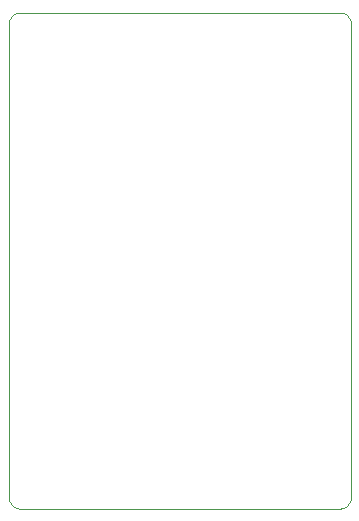
<source format=gko>
G75*
%MOIN*%
%OFA0B0*%
%FSLAX24Y24*%
%IPPOS*%
%LPD*%
%AMOC8*
5,1,8,0,0,1.08239X$1,22.5*
%
%ADD10C,0.0000*%
D10*
X000555Y001396D02*
X011185Y001396D01*
X011224Y001398D01*
X011262Y001404D01*
X011299Y001413D01*
X011336Y001426D01*
X011371Y001443D01*
X011404Y001462D01*
X011435Y001485D01*
X011464Y001511D01*
X011490Y001540D01*
X011513Y001571D01*
X011532Y001604D01*
X011549Y001639D01*
X011562Y001676D01*
X011571Y001713D01*
X011577Y001751D01*
X011579Y001790D01*
X011579Y017538D01*
X011577Y017577D01*
X011571Y017615D01*
X011562Y017652D01*
X011549Y017689D01*
X011532Y017724D01*
X011513Y017757D01*
X011490Y017788D01*
X011464Y017817D01*
X011435Y017843D01*
X011404Y017866D01*
X011371Y017885D01*
X011336Y017902D01*
X011299Y017915D01*
X011262Y017924D01*
X011224Y017930D01*
X011185Y017932D01*
X000555Y017932D01*
X000516Y017930D01*
X000478Y017924D01*
X000441Y017915D01*
X000404Y017902D01*
X000369Y017885D01*
X000336Y017866D01*
X000305Y017843D01*
X000276Y017817D01*
X000250Y017788D01*
X000227Y017757D01*
X000208Y017724D01*
X000191Y017689D01*
X000178Y017652D01*
X000169Y017615D01*
X000163Y017577D01*
X000161Y017538D01*
X000161Y001790D01*
X000163Y001751D01*
X000169Y001713D01*
X000178Y001676D01*
X000191Y001639D01*
X000208Y001604D01*
X000227Y001571D01*
X000250Y001540D01*
X000276Y001511D01*
X000305Y001485D01*
X000336Y001462D01*
X000369Y001443D01*
X000404Y001426D01*
X000441Y001413D01*
X000478Y001404D01*
X000516Y001398D01*
X000555Y001396D01*
M02*

</source>
